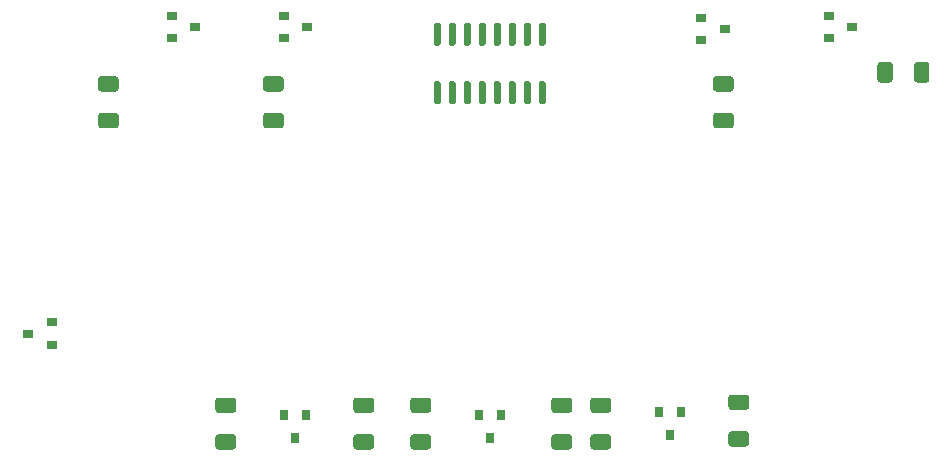
<source format=gbr>
G04 #@! TF.GenerationSoftware,KiCad,Pcbnew,5.1.8*
G04 #@! TF.CreationDate,2021-01-07T20:42:53+00:00*
G04 #@! TF.ProjectId,TheSun2,54686553-756e-4322-9e6b-696361645f70,1.0.8*
G04 #@! TF.SameCoordinates,Original*
G04 #@! TF.FileFunction,Paste,Top*
G04 #@! TF.FilePolarity,Positive*
%FSLAX46Y46*%
G04 Gerber Fmt 4.6, Leading zero omitted, Abs format (unit mm)*
G04 Created by KiCad (PCBNEW 5.1.8) date 2021-01-07 20:42:53*
%MOMM*%
%LPD*%
G01*
G04 APERTURE LIST*
%ADD10R,0.900000X0.800000*%
%ADD11R,0.800000X0.900000*%
G04 APERTURE END LIST*
G36*
G01*
X198745000Y-46090000D02*
X197495000Y-46090000D01*
G75*
G02*
X197245000Y-45840000I0J250000D01*
G01*
X197245000Y-45040000D01*
G75*
G02*
X197495000Y-44790000I250000J0D01*
G01*
X198745000Y-44790000D01*
G75*
G02*
X198995000Y-45040000I0J-250000D01*
G01*
X198995000Y-45840000D01*
G75*
G02*
X198745000Y-46090000I-250000J0D01*
G01*
G37*
G36*
G01*
X198745000Y-49190000D02*
X197495000Y-49190000D01*
G75*
G02*
X197245000Y-48940000I0J250000D01*
G01*
X197245000Y-48140000D01*
G75*
G02*
X197495000Y-47890000I250000J0D01*
G01*
X198745000Y-47890000D01*
G75*
G02*
X198995000Y-48140000I0J-250000D01*
G01*
X198995000Y-48940000D01*
G75*
G02*
X198745000Y-49190000I-250000J0D01*
G01*
G37*
G36*
G01*
X236845000Y-46090000D02*
X235595000Y-46090000D01*
G75*
G02*
X235345000Y-45840000I0J250000D01*
G01*
X235345000Y-45040000D01*
G75*
G02*
X235595000Y-44790000I250000J0D01*
G01*
X236845000Y-44790000D01*
G75*
G02*
X237095000Y-45040000I0J-250000D01*
G01*
X237095000Y-45840000D01*
G75*
G02*
X236845000Y-46090000I-250000J0D01*
G01*
G37*
G36*
G01*
X236845000Y-49190000D02*
X235595000Y-49190000D01*
G75*
G02*
X235345000Y-48940000I0J250000D01*
G01*
X235345000Y-48140000D01*
G75*
G02*
X235595000Y-47890000I250000J0D01*
G01*
X236845000Y-47890000D01*
G75*
G02*
X237095000Y-48140000I0J-250000D01*
G01*
X237095000Y-48940000D01*
G75*
G02*
X236845000Y-49190000I-250000J0D01*
G01*
G37*
G36*
G01*
X250560000Y-43825000D02*
X250560000Y-45075000D01*
G75*
G02*
X250310000Y-45325000I-250000J0D01*
G01*
X249510000Y-45325000D01*
G75*
G02*
X249260000Y-45075000I0J250000D01*
G01*
X249260000Y-43825000D01*
G75*
G02*
X249510000Y-43575000I250000J0D01*
G01*
X250310000Y-43575000D01*
G75*
G02*
X250560000Y-43825000I0J-250000D01*
G01*
G37*
G36*
G01*
X253660000Y-43825000D02*
X253660000Y-45075000D01*
G75*
G02*
X253410000Y-45325000I-250000J0D01*
G01*
X252610000Y-45325000D01*
G75*
G02*
X252360000Y-45075000I0J250000D01*
G01*
X252360000Y-43825000D01*
G75*
G02*
X252610000Y-43575000I250000J0D01*
G01*
X253410000Y-43575000D01*
G75*
G02*
X253660000Y-43825000I0J-250000D01*
G01*
G37*
G36*
G01*
X184775000Y-46090000D02*
X183525000Y-46090000D01*
G75*
G02*
X183275000Y-45840000I0J250000D01*
G01*
X183275000Y-45040000D01*
G75*
G02*
X183525000Y-44790000I250000J0D01*
G01*
X184775000Y-44790000D01*
G75*
G02*
X185025000Y-45040000I0J-250000D01*
G01*
X185025000Y-45840000D01*
G75*
G02*
X184775000Y-46090000I-250000J0D01*
G01*
G37*
G36*
G01*
X184775000Y-49190000D02*
X183525000Y-49190000D01*
G75*
G02*
X183275000Y-48940000I0J250000D01*
G01*
X183275000Y-48140000D01*
G75*
G02*
X183525000Y-47890000I250000J0D01*
G01*
X184775000Y-47890000D01*
G75*
G02*
X185025000Y-48140000I0J-250000D01*
G01*
X185025000Y-48940000D01*
G75*
G02*
X184775000Y-49190000I-250000J0D01*
G01*
G37*
D10*
X201000000Y-40640000D03*
X199000000Y-41590000D03*
X199000000Y-39690000D03*
X236340000Y-40780000D03*
X234340000Y-41730000D03*
X234340000Y-39830000D03*
X247130000Y-40640000D03*
X245130000Y-41590000D03*
X245130000Y-39690000D03*
X191500000Y-40640000D03*
X189500000Y-41590000D03*
X189500000Y-39690000D03*
D11*
X199930000Y-75454000D03*
X198980000Y-73454000D03*
X200880000Y-73454000D03*
G36*
G01*
X193462999Y-75100000D02*
X194713001Y-75100000D01*
G75*
G02*
X194963000Y-75349999I0J-249999D01*
G01*
X194963000Y-76150001D01*
G75*
G02*
X194713001Y-76400000I-249999J0D01*
G01*
X193462999Y-76400000D01*
G75*
G02*
X193213000Y-76150001I0J249999D01*
G01*
X193213000Y-75349999D01*
G75*
G02*
X193462999Y-75100000I249999J0D01*
G01*
G37*
G36*
G01*
X193462999Y-72000000D02*
X194713001Y-72000000D01*
G75*
G02*
X194963000Y-72249999I0J-249999D01*
G01*
X194963000Y-73050001D01*
G75*
G02*
X194713001Y-73300000I-249999J0D01*
G01*
X193462999Y-73300000D01*
G75*
G02*
X193213000Y-73050001I0J249999D01*
G01*
X193213000Y-72249999D01*
G75*
G02*
X193462999Y-72000000I249999J0D01*
G01*
G37*
G36*
G01*
X206397001Y-73300000D02*
X205146999Y-73300000D01*
G75*
G02*
X204897000Y-73050001I0J249999D01*
G01*
X204897000Y-72249999D01*
G75*
G02*
X205146999Y-72000000I249999J0D01*
G01*
X206397001Y-72000000D01*
G75*
G02*
X206647000Y-72249999I0J-249999D01*
G01*
X206647000Y-73050001D01*
G75*
G02*
X206397001Y-73300000I-249999J0D01*
G01*
G37*
G36*
G01*
X206397001Y-76400000D02*
X205146999Y-76400000D01*
G75*
G02*
X204897000Y-76150001I0J249999D01*
G01*
X204897000Y-75349999D01*
G75*
G02*
X205146999Y-75100000I249999J0D01*
G01*
X206397001Y-75100000D01*
G75*
G02*
X206647000Y-75349999I0J-249999D01*
G01*
X206647000Y-76150001D01*
G75*
G02*
X206397001Y-76400000I-249999J0D01*
G01*
G37*
G36*
G01*
X220735000Y-45220000D02*
X221035000Y-45220000D01*
G75*
G02*
X221185000Y-45370000I0J-150000D01*
G01*
X221185000Y-47020000D01*
G75*
G02*
X221035000Y-47170000I-150000J0D01*
G01*
X220735000Y-47170000D01*
G75*
G02*
X220585000Y-47020000I0J150000D01*
G01*
X220585000Y-45370000D01*
G75*
G02*
X220735000Y-45220000I150000J0D01*
G01*
G37*
G36*
G01*
X219465000Y-45220000D02*
X219765000Y-45220000D01*
G75*
G02*
X219915000Y-45370000I0J-150000D01*
G01*
X219915000Y-47020000D01*
G75*
G02*
X219765000Y-47170000I-150000J0D01*
G01*
X219465000Y-47170000D01*
G75*
G02*
X219315000Y-47020000I0J150000D01*
G01*
X219315000Y-45370000D01*
G75*
G02*
X219465000Y-45220000I150000J0D01*
G01*
G37*
G36*
G01*
X218195000Y-45220000D02*
X218495000Y-45220000D01*
G75*
G02*
X218645000Y-45370000I0J-150000D01*
G01*
X218645000Y-47020000D01*
G75*
G02*
X218495000Y-47170000I-150000J0D01*
G01*
X218195000Y-47170000D01*
G75*
G02*
X218045000Y-47020000I0J150000D01*
G01*
X218045000Y-45370000D01*
G75*
G02*
X218195000Y-45220000I150000J0D01*
G01*
G37*
G36*
G01*
X216925000Y-45220000D02*
X217225000Y-45220000D01*
G75*
G02*
X217375000Y-45370000I0J-150000D01*
G01*
X217375000Y-47020000D01*
G75*
G02*
X217225000Y-47170000I-150000J0D01*
G01*
X216925000Y-47170000D01*
G75*
G02*
X216775000Y-47020000I0J150000D01*
G01*
X216775000Y-45370000D01*
G75*
G02*
X216925000Y-45220000I150000J0D01*
G01*
G37*
G36*
G01*
X215655000Y-45220000D02*
X215955000Y-45220000D01*
G75*
G02*
X216105000Y-45370000I0J-150000D01*
G01*
X216105000Y-47020000D01*
G75*
G02*
X215955000Y-47170000I-150000J0D01*
G01*
X215655000Y-47170000D01*
G75*
G02*
X215505000Y-47020000I0J150000D01*
G01*
X215505000Y-45370000D01*
G75*
G02*
X215655000Y-45220000I150000J0D01*
G01*
G37*
G36*
G01*
X214385000Y-45220000D02*
X214685000Y-45220000D01*
G75*
G02*
X214835000Y-45370000I0J-150000D01*
G01*
X214835000Y-47020000D01*
G75*
G02*
X214685000Y-47170000I-150000J0D01*
G01*
X214385000Y-47170000D01*
G75*
G02*
X214235000Y-47020000I0J150000D01*
G01*
X214235000Y-45370000D01*
G75*
G02*
X214385000Y-45220000I150000J0D01*
G01*
G37*
G36*
G01*
X213115000Y-45220000D02*
X213415000Y-45220000D01*
G75*
G02*
X213565000Y-45370000I0J-150000D01*
G01*
X213565000Y-47020000D01*
G75*
G02*
X213415000Y-47170000I-150000J0D01*
G01*
X213115000Y-47170000D01*
G75*
G02*
X212965000Y-47020000I0J150000D01*
G01*
X212965000Y-45370000D01*
G75*
G02*
X213115000Y-45220000I150000J0D01*
G01*
G37*
G36*
G01*
X211845000Y-45220000D02*
X212145000Y-45220000D01*
G75*
G02*
X212295000Y-45370000I0J-150000D01*
G01*
X212295000Y-47020000D01*
G75*
G02*
X212145000Y-47170000I-150000J0D01*
G01*
X211845000Y-47170000D01*
G75*
G02*
X211695000Y-47020000I0J150000D01*
G01*
X211695000Y-45370000D01*
G75*
G02*
X211845000Y-45220000I150000J0D01*
G01*
G37*
G36*
G01*
X211845000Y-40270000D02*
X212145000Y-40270000D01*
G75*
G02*
X212295000Y-40420000I0J-150000D01*
G01*
X212295000Y-42070000D01*
G75*
G02*
X212145000Y-42220000I-150000J0D01*
G01*
X211845000Y-42220000D01*
G75*
G02*
X211695000Y-42070000I0J150000D01*
G01*
X211695000Y-40420000D01*
G75*
G02*
X211845000Y-40270000I150000J0D01*
G01*
G37*
G36*
G01*
X213115000Y-40270000D02*
X213415000Y-40270000D01*
G75*
G02*
X213565000Y-40420000I0J-150000D01*
G01*
X213565000Y-42070000D01*
G75*
G02*
X213415000Y-42220000I-150000J0D01*
G01*
X213115000Y-42220000D01*
G75*
G02*
X212965000Y-42070000I0J150000D01*
G01*
X212965000Y-40420000D01*
G75*
G02*
X213115000Y-40270000I150000J0D01*
G01*
G37*
G36*
G01*
X214385000Y-40270000D02*
X214685000Y-40270000D01*
G75*
G02*
X214835000Y-40420000I0J-150000D01*
G01*
X214835000Y-42070000D01*
G75*
G02*
X214685000Y-42220000I-150000J0D01*
G01*
X214385000Y-42220000D01*
G75*
G02*
X214235000Y-42070000I0J150000D01*
G01*
X214235000Y-40420000D01*
G75*
G02*
X214385000Y-40270000I150000J0D01*
G01*
G37*
G36*
G01*
X215655000Y-40270000D02*
X215955000Y-40270000D01*
G75*
G02*
X216105000Y-40420000I0J-150000D01*
G01*
X216105000Y-42070000D01*
G75*
G02*
X215955000Y-42220000I-150000J0D01*
G01*
X215655000Y-42220000D01*
G75*
G02*
X215505000Y-42070000I0J150000D01*
G01*
X215505000Y-40420000D01*
G75*
G02*
X215655000Y-40270000I150000J0D01*
G01*
G37*
G36*
G01*
X216925000Y-40270000D02*
X217225000Y-40270000D01*
G75*
G02*
X217375000Y-40420000I0J-150000D01*
G01*
X217375000Y-42070000D01*
G75*
G02*
X217225000Y-42220000I-150000J0D01*
G01*
X216925000Y-42220000D01*
G75*
G02*
X216775000Y-42070000I0J150000D01*
G01*
X216775000Y-40420000D01*
G75*
G02*
X216925000Y-40270000I150000J0D01*
G01*
G37*
G36*
G01*
X218195000Y-40270000D02*
X218495000Y-40270000D01*
G75*
G02*
X218645000Y-40420000I0J-150000D01*
G01*
X218645000Y-42070000D01*
G75*
G02*
X218495000Y-42220000I-150000J0D01*
G01*
X218195000Y-42220000D01*
G75*
G02*
X218045000Y-42070000I0J150000D01*
G01*
X218045000Y-40420000D01*
G75*
G02*
X218195000Y-40270000I150000J0D01*
G01*
G37*
G36*
G01*
X219465000Y-40270000D02*
X219765000Y-40270000D01*
G75*
G02*
X219915000Y-40420000I0J-150000D01*
G01*
X219915000Y-42070000D01*
G75*
G02*
X219765000Y-42220000I-150000J0D01*
G01*
X219465000Y-42220000D01*
G75*
G02*
X219315000Y-42070000I0J150000D01*
G01*
X219315000Y-40420000D01*
G75*
G02*
X219465000Y-40270000I150000J0D01*
G01*
G37*
G36*
G01*
X220735000Y-40270000D02*
X221035000Y-40270000D01*
G75*
G02*
X221185000Y-40420000I0J-150000D01*
G01*
X221185000Y-42070000D01*
G75*
G02*
X221035000Y-42220000I-150000J0D01*
G01*
X220735000Y-42220000D01*
G75*
G02*
X220585000Y-42070000I0J150000D01*
G01*
X220585000Y-40420000D01*
G75*
G02*
X220735000Y-40270000I150000J0D01*
G01*
G37*
G36*
G01*
X223161001Y-73300000D02*
X221910999Y-73300000D01*
G75*
G02*
X221661000Y-73050001I0J249999D01*
G01*
X221661000Y-72249999D01*
G75*
G02*
X221910999Y-72000000I249999J0D01*
G01*
X223161001Y-72000000D01*
G75*
G02*
X223411000Y-72249999I0J-249999D01*
G01*
X223411000Y-73050001D01*
G75*
G02*
X223161001Y-73300000I-249999J0D01*
G01*
G37*
G36*
G01*
X223161001Y-76400000D02*
X221910999Y-76400000D01*
G75*
G02*
X221661000Y-76150001I0J249999D01*
G01*
X221661000Y-75349999D01*
G75*
G02*
X221910999Y-75100000I249999J0D01*
G01*
X223161001Y-75100000D01*
G75*
G02*
X223411000Y-75349999I0J-249999D01*
G01*
X223411000Y-76150001D01*
G75*
G02*
X223161001Y-76400000I-249999J0D01*
G01*
G37*
G36*
G01*
X238147001Y-73046000D02*
X236896999Y-73046000D01*
G75*
G02*
X236647000Y-72796001I0J249999D01*
G01*
X236647000Y-71995999D01*
G75*
G02*
X236896999Y-71746000I249999J0D01*
G01*
X238147001Y-71746000D01*
G75*
G02*
X238397000Y-71995999I0J-249999D01*
G01*
X238397000Y-72796001D01*
G75*
G02*
X238147001Y-73046000I-249999J0D01*
G01*
G37*
G36*
G01*
X238147001Y-76146000D02*
X236896999Y-76146000D01*
G75*
G02*
X236647000Y-75896001I0J249999D01*
G01*
X236647000Y-75095999D01*
G75*
G02*
X236896999Y-74846000I249999J0D01*
G01*
X238147001Y-74846000D01*
G75*
G02*
X238397000Y-75095999I0J-249999D01*
G01*
X238397000Y-75896001D01*
G75*
G02*
X238147001Y-76146000I-249999J0D01*
G01*
G37*
G36*
G01*
X209972999Y-75100000D02*
X211223001Y-75100000D01*
G75*
G02*
X211473000Y-75349999I0J-249999D01*
G01*
X211473000Y-76150001D01*
G75*
G02*
X211223001Y-76400000I-249999J0D01*
G01*
X209972999Y-76400000D01*
G75*
G02*
X209723000Y-76150001I0J249999D01*
G01*
X209723000Y-75349999D01*
G75*
G02*
X209972999Y-75100000I249999J0D01*
G01*
G37*
G36*
G01*
X209972999Y-72000000D02*
X211223001Y-72000000D01*
G75*
G02*
X211473000Y-72249999I0J-249999D01*
G01*
X211473000Y-73050001D01*
G75*
G02*
X211223001Y-73300000I-249999J0D01*
G01*
X209972999Y-73300000D01*
G75*
G02*
X209723000Y-73050001I0J249999D01*
G01*
X209723000Y-72249999D01*
G75*
G02*
X209972999Y-72000000I249999J0D01*
G01*
G37*
G36*
G01*
X225212999Y-75100000D02*
X226463001Y-75100000D01*
G75*
G02*
X226713000Y-75349999I0J-249999D01*
G01*
X226713000Y-76150001D01*
G75*
G02*
X226463001Y-76400000I-249999J0D01*
G01*
X225212999Y-76400000D01*
G75*
G02*
X224963000Y-76150001I0J249999D01*
G01*
X224963000Y-75349999D01*
G75*
G02*
X225212999Y-75100000I249999J0D01*
G01*
G37*
G36*
G01*
X225212999Y-72000000D02*
X226463001Y-72000000D01*
G75*
G02*
X226713000Y-72249999I0J-249999D01*
G01*
X226713000Y-73050001D01*
G75*
G02*
X226463001Y-73300000I-249999J0D01*
G01*
X225212999Y-73300000D01*
G75*
G02*
X224963000Y-73050001I0J249999D01*
G01*
X224963000Y-72249999D01*
G75*
G02*
X225212999Y-72000000I249999J0D01*
G01*
G37*
D10*
X177340000Y-66580000D03*
X179340000Y-65630000D03*
X179340000Y-67530000D03*
D11*
X216440000Y-75454000D03*
X215490000Y-73454000D03*
X217390000Y-73454000D03*
X231680000Y-75200000D03*
X230730000Y-73200000D03*
X232630000Y-73200000D03*
M02*

</source>
